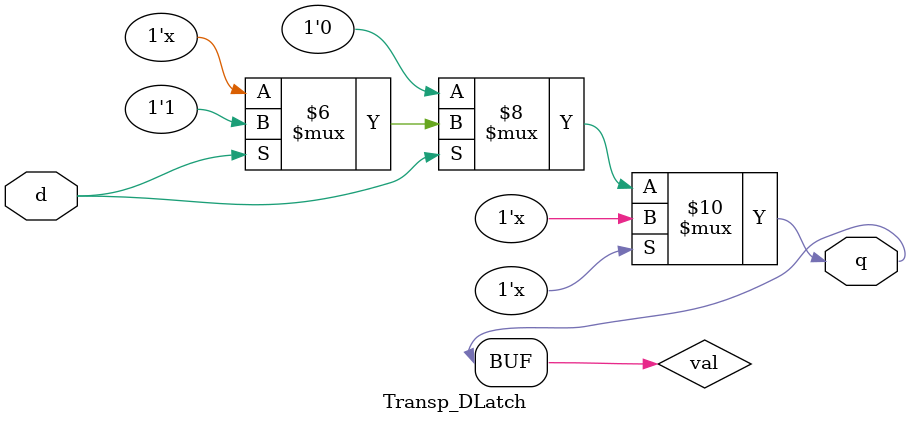
<source format=v>
`timescale 1ns/1ns

module DataLatch ( CLK, DL_Control1, DL_Control2, DataBus, DL, Res );

	input CLK;
	input DL_Control1;			// Test1 (1: disable all buses)
	input DL_Control2;			// x37. ALU Result -> DL.
	inout [7:0] DataBus;		// External databus
	inout [7:0] DL;				// Internal databus
	input [7:0] Res;			// ALU Result

	module1 DL_Bits [7:0] (
		.clk({8{CLK}}), 
		.Test1({8{DL_Control1}}), 
		.Res_to_DL({8{DL_Control2}}), 
		.Res(Res), 
		.Int_bus(DL), 
		.Ext_bus(DataBus) );

endmodule // DataLatch

module module1 ( clk, Test1, Res_to_DL, Res, Int_bus, Ext_bus );
	
	input clk; 
	input Test1;
	input Res_to_DL;
	input Res;
	inout Int_bus; 	// DL[n] (internal databus)
	inout Ext_bus; 	// D[n] (external databus)

	wire int_to_ext_q;
	wire ext_to_int_q;

	Transp_DLatch int_to_ext ( .d(Int_bus), .q(int_to_ext_q) );
	Transp_DLatch ext_to_int ( .d(Ext_bus), .q(ext_to_int_q) );

	assign Ext_bus = ~(Test1 | ext_to_int_q) ? 1'b0 : ((Test1 | clk) ? 1'bz : 1'b1);
	assign Int_bus = clk ? (~((~(Test1 | ext_to_int_q)) | (~Res & Res_to_DL))) : ~(~Res & Res_to_DL);

endmodule // module1

module Transp_DLatch (d, q);

	input d;
	output q;

	reg val;
	initial val <= 1'b0;

	always @(*) begin
		if (d == 1'b1)
			val <= 1'b1;
		if (d == 1'b0)
			val <= 1'b0;
		if (d == 1'bz)
			val <= val;
	end

	assign q = val;

endmodule // Transp_DLatch

</source>
